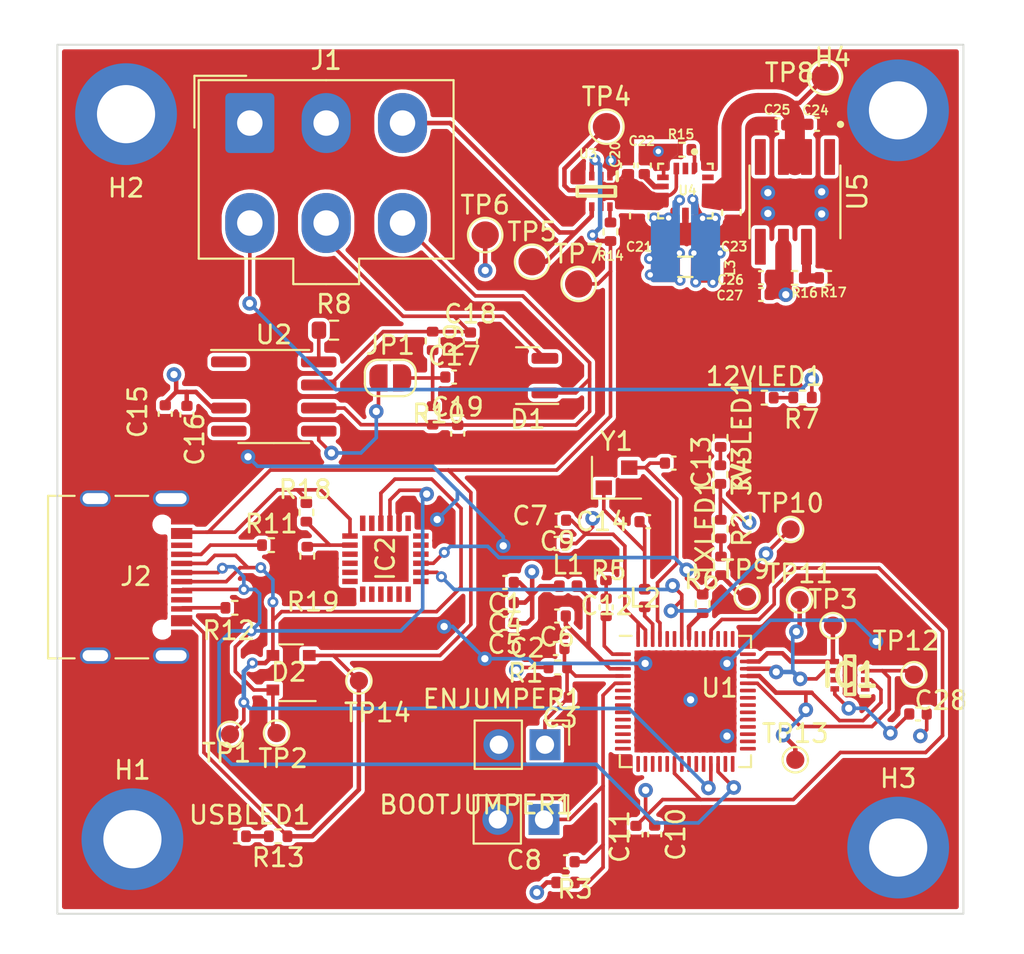
<source format=kicad_pcb>
(kicad_pcb (version 20221018) (generator pcbnew)
  (layers (0 "F.Cu" signal) (1 "In1.Cu" signal) (2 "In2.Cu" signal) (31 "B.Cu" signal) (34 "B.Paste" user) (35 "F.Paste" user) (36 "B.SilkS" user "B.Silkscreen") (37 "F.SilkS" user "F.Silkscreen") (38 "B.Mask" user) (39 "F.Mask" user) (44 "Edge.Cuts" user))
  (net 0 "")
  (net 1 "GND")
  (net 2 "+3V3")
  (net 3 "VBUS")
  (net 4 "RBUS_uC_V")
  (net 5 "Net-(3V3LED1-A)")
  (net 6 "/Power/BBIN")
  (net 7 "/Power/BIAS")
  (net 8 "/Power/BBOUT")
  (net 9 "/Power/LX1")
  (net 10 "/Power/LX2")
  (net 11 "/Power/SEL")
  (net 12 "/Power/FBIn")
  (net 13 "Net-(12VLED1-A)")
  (net 14 "Net-(U1-LNA_IN{slash}RF)")
  (net 15 "Net-(U1-XTAL_N)")
  (net 16 "Net-(JP1-B)")
  (net 17 "Net-(IC1-VDD)")
  (net 19 "/BOOT")
  (net 20 "/CHIP_PU")
  (net 21 "Net-(C6-Pad1)")
  (net 22 "Net-(C12-Pad1)")
  (net 25 "Net-(C14-Pad1)")
  (net 27 "/CAN+")
  (net 28 "/CAN-")
  (net 30 "/Data-")
  (net 31 "/Data+")
  (net 33 "/NAND_CS")
  (net 34 "/CLK")
  (net 35 "/MOSI")
  (net 36 "/MISO")
  (net 48 "Net-(IC2-VBUS)")
  (net 53 "Net-(J2-CC2)")
  (net 55 "+12V")
  (net 56 "Net-(J2-CC1)")
  (net 57 "Net-(U1-XTAL_P)")
  (net 58 "Net-(TXLED1-A)")
  (net 59 "Net-(U1-U0TXD{slash}PROG{slash}GPIO43)")
  (net 60 "/CAN-BUS/Vref")
  (net 61 "Net-(U2-Rs)")
  (net 62 "Net-(USBLED1-A)")
  (net 63 "/TXD")
  (net 64 "Net-(U3-ST)")
  (net 67 "/RXD")
  (net 68 "/CAN_TX")
  (net 69 "/CAN_RX")
  (footprint "Capacitor_SMD:C_0402_1005Metric" (layer "F.Cu") (at 167.01 108.87 180)
    (fp_text reference "C28")
    (fp_text value "10uF")
  )
  (footprint "Capacitor_SMD:C_0402_1005Metric" (layer "F.Cu") (at 149.854 103.002 -90)
    (fp_text reference "C12")
    (fp_text value "4.2pF")
  )
  (footprint "Resistor_SMD:R_0402_1005Metric" (layer "F.Cu") (at 129.42 103.03 180)
    (fp_text reference "R12")
    (fp_text value "5.1k")
  )
  (footprint "TestPoint:TestPoint_Pad_D1.0mm" (layer "F.Cu") (at 129.16 109.99)
    (fp_text reference "TP1")
    (fp_text value "TestPoint")
  )
  (footprint "Resistor_SMD:R_0402_1005Metric" (layer "F.Cu") (at 162.079777 84.878186)
    (fp_text reference "R17")
    (fp_text value "10k")
  )
  (footprint "Connector_PinHeader_2.54mm:PinHeader_1x02_P2.54mm_Vertical" (layer "F.Cu") (at 146.489 110.562 -90)
    (fp_text reference "ENJUMPER1")
    (fp_text value "Conn_01x02_Male")
  )
  (footprint "Resistor_SMD:R_0402_1005Metric" (layer "F.Cu") (at 147.194 106.312)
    (fp_text reference "R1")
    (fp_text value "10K")
  )
  (footprint "Capacitor_SMD:C_0402_1005Metric" (layer "F.Cu") (at 126.79 92.4 -90)
    (fp_text reference "C16")
    (fp_text value "10uF")
  )
  (footprint "TestPoint:TestPoint_Pad_D1.5mm" (layer "F.Cu") (at 145.78 83.99)
    (fp_text reference "TP5")
    (fp_text value "TestPoint")
  )
  (footprint "TestPoint:TestPoint_Pad_D1.0mm" (layer "F.Cu") (at 160.5 102.6)
    (fp_text reference "TP11")
    (fp_text value "TestPoint")
  )
  (footprint "Package_DFN_QFN:QFN-56-1EP_7x7mm_P0.4mm_EP5.6x5.6mm" (layer "F.Cu") (at 154.214 108.182)
    (fp_text reference "U1")
    (fp_text value "ESP32-S3")
  )
  (footprint "TestPoint:TestPoint_Pad_D1.0mm" (layer "F.Cu") (at 131.72 109.92)
    (fp_text reference "TP2")
    (fp_text value "TestPoint")
  )
  (footprint "Resistor_SMD:R_0402_1005Metric" (layer "F.Cu") (at 147.62 118.14)
    (fp_text reference "R3")
    (fp_text value "10K")
  )
  (footprint "Resistor_SMD:R_0402_1005Metric" (layer "F.Cu") (at 156.14 95.7 -90)
    (fp_text reference "R4")
    (fp_text value "470")
  )
  (footprint "Capacitor_SMD:C_0402_1005Metric" (layer "F.Cu") (at 141.6875 93.455 90)
    (fp_text reference "C19")
    (fp_text value "220pF")
  )
  (footprint "Capacitor_SMD:C_0402_1005Metric" (layer "F.Cu") (at 147.122 99.49 180)
    (fp_text reference "C7")
    (fp_text value "1uF")
  )
  (footprint "Connector_PinHeader_2.54mm:PinHeader_1x02_P2.54mm_Vertical" (layer "F.Cu") (at 146.434 114.672 -90)
    (fp_text reference "BOOTJUMPER1")
    (fp_text value "Conn_01x02_Male")
  )
  (footprint "MountingHole:MountingHole_3.2mm_M3_DIN965_Pad" (layer "F.Cu") (at 165.92 116.22)
    (fp_text reference "H3")
    (fp_text value "MountingHole_Pad")
  )
  (footprint "Resistor_SMD:R_0402_1005Metric" (layer "F.Cu") (at 140.3075 88.345 -90)
    (fp_text reference "R9")
    (fp_text value "60")
  )
  (footprint "Resistor_SMD:R_0402_1005Metric" (layer "F.Cu") (at 156.17 100.72 90)
    (fp_text reference "TXLED1")
    (fp_text value "TX_LED")
  )
  (footprint "Inductor_SMD:L_0402_1005Metric" (layer "F.Cu") (at 151.974 102.492 90)
    (fp_text reference "L2")
    (fp_text value "20nH")
  )
  (footprint "TestPoint:TestPoint_Pad_D1.0mm" (layer "F.Cu") (at 157.61 102.42)
    (fp_text reference "TP9")
    (fp_text value "TestPoint")
  )
  (footprint "Capacitor_SMD:C_0402_1005Metric" (layer "F.Cu") (at 159.28 76.46 180)
    (fp_text reference "C25")
    (fp_text value "4.7uF")
  )
  (footprint "iclr:SOTFL50P160X60-8N" (layer "F.Cu") (at 149.312492 80.120186 -90)
    (fp_text reference "U3")
    (fp_text value "LM66200DRLR" hide)
  )
  (footprint "Capacitor_SMD:C_0402_1005Metric" (layer "F.Cu") (at 144.294 101.632 180)
    (fp_text reference "C1")
    (fp_text value "10uF")
  )
  (footprint "Resistor_SMD:R_0402_1005Metric" (layer "F.Cu") (at 133.36 97.78 -90)
    (fp_text reference "R18")
    (fp_text value "22.1k")
  )
  (footprint "Resistor_SMD:R_0402_1005Metric" (layer "F.Cu") (at 140.3075 92.445 -90)
    (fp_text reference "R10")
    (fp_text value "60")
  )
  (footprint "Resistor_SMD:R_0402_1005Metric" (layer "F.Cu") (at 131.81 115.6 180)
    (fp_text reference "R13")
    (fp_text value "470")
  )
  (footprint "TestPoint:TestPoint_Pad_D1.0mm" (layer "F.Cu") (at 136.25 107.05)
    (fp_text reference "TP14")
    (fp_text value "TestPoint")
  )
  (footprint "TestPoint:TestPoint_Pad_D1.0mm" (layer "F.Cu") (at 160 98.72)
    (fp_text reference "TP10")
    (fp_text value "TestPoint")
  )
  (footprint "Capacitor_SMD:C_0402_1005Metric" (layer "F.Cu") (at 158.372492 85.788186)
    (fp_text reference "C27")
    (fp_text value "0.1uF")
  )
  (footprint "iclr:QFN50P400X400X80-25N" (layer "F.Cu") (at 137.71 100.33 -90)
    (fp_text reference "IC2")
    (fp_text value "CP2102N-A02-GQFN24")
  )
  (footprint "Resistor_SMD:R_0402_1005Metric" (layer "F.Cu") (at 155.164 102.812 -90)
    (fp_text reference "R6")
    (fp_text value "499")
  )
  (footprint "Capacitor_SMD:C_0402_1005Metric" (layer "F.Cu") (at 147.154 103.482 180)
    (fp_text reference "C6")
    (fp_text value "0.1uF")
  )
  (footprint "Capacitor_SMD:C_0603_1608Metric" (layer "F.Cu") (at 156.747492 81.278186 -90)
    (fp_text reference "C23")
    (fp_text value "22uF")
  )
  (footprint "MountingHole:MountingHole_3.2mm_M3_DIN965_Pad" (layer "F.Cu") (at 123.44 75.87)
    (fp_text reference "H2")
    (fp_text value "MountingHole_Pad")
  )
  (footprint "Crystal:Crystal_SMD_2016-4Pin_2.0x1.6mm" (layer "F.Cu") (at 150.424 95.87)
    (fp_text reference "Y1")
    (fp_text value "40MHz±10ppm")
  )
  (footprint "Resistor_SMD:R_0402_1005Metric" (layer "F.Cu") (at 150.092492 82.34 90)
    (fp_text reference "R14")
    (fp_text value "10k")
  )
  (footprint "Resistor_SMD:R_0603_1608Metric" (layer "F.Cu") (at 134.8775 87.755)
    (fp_text reference "R8")
    (fp_text value "0")
  )
  (footprint "Package_SO:SOIC-8_3.9x4.9mm_P1.27mm" (layer "F.Cu") (at 131.5675 91.405)
    (fp_text reference "U2")
    (fp_text value "SN65HVD230")
  )
  (footprint "Capacitor_SMD:C_0402_1005Metric" (layer "F.Cu") (at 151.032492 78.688186 90)
    (fp_text reference "C20")
    (fp_text value "10uF")
  )
  (footprint "Capacitor_SMD:C_0402_1005Metric" (layer "F.Cu") (at 147.172 98.21 180)
    (fp_text reference "C9")
    (fp_text value "10nF")
  )
  (footprint "Capacitor_SMD:C_0402_1005Metric" (layer "F.Cu") (at 151.495 115.505 -90)
    (fp_text reference "C11")
    (fp_text value "0.1uF")
  )
  (footprint "Resistor_SMD:R_0402_1005Metric" (layer "F.Cu") (at 156.16 98.7 -90)
    (fp_text reference "R2")
    (fp_text value "470")
  )
  (footprint "Resistor_SMD:R_0402_1005Metric" (layer "F.Cu") (at 131.43 99.58)
    (fp_text reference "R11")
    (fp_text value "5.1k")
  )
  (footprint "Resistor_SMD:R_0402_1005Metric" (layer "F.Cu") (at 160.219777 84.878186)
    (fp_text reference "R16")
    (fp_text value "56k")
  )
  (footprint "Capacitor_SMD:C_0402_1005Metric" (layer "F.Cu") (at 152.525 115.495 -90)
    (fp_text reference "C10")
    (fp_text value "0.1uF")
  )
  (footprint "Capacitor_SMD:C_0402_1005Metric" (layer "F.Cu") (at 147.64 117 180)
    (fp_text reference "C8")
    (fp_text value "0.1uF")
  )
  (footprint "MountingHole:MountingHole_3.2mm_M3_DIN965_Pad" (layer "F.Cu") (at 123.79 115.76)
    (fp_text reference "H1")
    (fp_text value "MountingHole_Pad")
  )
  (footprint "Resistor_SMD:R_0402_1005Metric" (layer "F.Cu") (at 154.032492 77.828186 180)
    (fp_text reference "R15")
    (fp_text value "14k")
  )
  (footprint "TestPoint:TestPoint_Pad_D1.5mm" (layer "F.Cu") (at 143.2 82.52)
    (fp_text reference "TP6")
    (fp_text value "TestPoint")
  )
  (footprint "Connector_USB:USB_C_Receptacle_Palconn_UTC16-G" (layer "F.Cu") (at 123.99 101.34 -90)
    (fp_text reference "J2")
    (fp_text value "USB_C_Receptacle_USB2.0")
  )
  (footprint "Capacitor_SMD:C_0402_1005Metric" (layer "F.Cu") (at 144.294 102.742 180)
    (fp_text reference "C4")
    (fp_text value "1uF")
  )
  (footprint "Capacitor_SMD:C_0402_1005Metric" (layer "F.Cu") (at 161.46 76.43)
    (fp_text reference "C24")
    (fp_text value "10uF")
  )
  (footprint "Capacitor_SMD:C_0402_1005Metric" (layer "F.Cu") (at 147.314 107.942 180)
    (fp_text reference "C3")
    (fp_text value "0.1uF")
  )
  (footprint "iclr:SOTFL50P160X60-8N" (layer "F.Cu") (at 163.27 106.74 180)
    (fp_text reference "IC1")
    (fp_text value "XTSD08GLGEAG" hide)
  )
  (footprint "Capacitor_SMD:C_0402_1005Metric" (layer "F.Cu") (at 141.4875 90.335)
    (fp_text reference "C17")
    (fp_text value "0.1uF")
  )
  (footprint "TestPoint:TestPoint_Pad_D1.5mm" (layer "F.Cu") (at 161.9 73.84 180)
    (fp_text reference "TP8")
    (fp_text value "TestPoint")
  )
  (footprint "TestPoint:TestPoint_Pad_D1.5mm" (layer "F.Cu") (at 149.87 76.56)
    (fp_text reference "TP4")
    (fp_text value "TestPoint")
  )
  (footprint "iclr:SOIC127P599X175-9N" (layer "F.Cu") (at 160.242 80.697 -90)
    (fp_text reference "U5")
    (fp_text value "SC4215")
  )
  (footprint "MountingHole:MountingHole_3.2mm_M3_DIN965_Pad" (layer "F.Cu") (at 165.91 75.66)
    (fp_text reference "H4")
    (fp_text value "MountingHole_Pad")
  )
  (footprint "Package_TO_SOT_SMD:SOT-143" (layer "F.Cu") (at 132.52 106.6 180)
    (fp_text reference "D2")
    (fp_text value "SP0503BAHT")
  )
  (footprint "TestPoint:TestPoint_Pad_D1.0mm" (layer "F.Cu") (at 166.79 106.71)
    (fp_text reference "TP12")
    (fp_text value "TestPoint")
  )
  (footprint "Capacitor_SMD:C_0402_1005Metric" (layer "F.Cu") (at 158.372492 84.868186)
    (fp_text reference "C26")
    (fp_text value "10uF")
  )
  (footprint "Package_TO_SOT_SMD:SOT-23" (layer "F.Cu") (at 145.5475 90.255 180)
    (fp_text reference "D1")
    (fp_text value "SM712_SOT23")
  )
  (footprint "Inductor_SMD:L_0402_1005Metric" (layer "F.Cu") (at 147.765 101.84)
    (fp_text reference "L1")
    (fp_text value "2.0nH")
  )
  (footprint "Connector_Molex:Molex_Mini-Fit_Jr_5566-06A_2x03_P4.20mm_Vertical" (layer "F.Cu") (at 130.25 76.36)
    (fp_text reference "J1")
    (fp_text value "RBUS")
  )
  (footprint "Capacitor_SMD:C_0402_1005Metric" (layer "F.Cu") (at 153.57 95.07)
    (fp_text reference "C13")
    (fp_text value "C")
  )
  (footprint "Capacitor_SMD:C_0402_1005Metric" (layer "F.Cu") (at 125.5975 92.365 -90)
    (fp_text reference "C15")
    (fp_text value "100nF")
  )
  (footprint "TestPoint:TestPoint_Pad_D1.5mm" (layer "F.Cu") (at 148.34 85.21)
    (fp_text reference "TP7")
    (fp_text value "TestPoint")
  )
  (footprint "Capacitor_SMD:C_0402_1005Metric" (layer "F.Cu") (at 144.294 103.882 180)
    (fp_text reference "C5")
    (fp_text value "0.1uF")
  )
  (footprint "iclr:CONV_MAX77827AEFD+T" (layer "F.Cu") (at 154.215418 80.098186 -90)
    (fp_text reference "U4")
    (fp_text value "MAX77827AEFD+T")
  )
  (footprint "TestPoint:TestPoint_Pad_D1.0mm" (layer "F.Cu") (at 162.33 104.01)
    (fp_text reference "TP3")
    (fp_text value "TestPoint")
  )
  (footprint "Resistor_SMD:R_0402_1005Metric" (layer "F.Cu") (at 160.66 91.46 180)
    (fp_text reference "R7")
    (fp_text value "3k")
  )
  (footprint "Capacitor_SMD:C_0402_1005Metric" (layer "F.Cu") (at 152.17 98.29)
    (fp_text reference "C14")
    (fp_text value "C")
  )
  (footprint "Resistor_SMD:R_0402_1005Metric" (layer "F.Cu") (at 156.15 93.668 -90)
    (fp_text reference "3V3LED1")
    (fp_text value "3V3LED")
  )
  (footprint "Resistor_SMD:R_0402_1005Metric" (layer "F.Cu") (at 158.56 91.47)
    (fp_text reference "12VLED1")
    (fp_text value "12V_LED")
  )
  (footprint "Jumper:SolderJumper-2_P1.3mm_Open_RoundedPad1.0x1.5mm" (layer "F.Cu") (at 137.9775 90.385)
    (fp_text reference "JP1")
    (fp_text value "TermJP")
  )
  (footprint "Capacitor_SMD:C_0603_1608Metric" (layer "F.Cu") (at 151.676869 81.466042 -90)
    (fp_text reference "C21")
    (fp_text value "10uF")
  )
  (footprint "Capacitor_SMD:C_0402_1005Metric" (layer "F.Cu") (at 151.952492 78.688186 90)
    (fp_text reference "C22")
    (fp_text value "1uF")
  )
  (footprint "TestPoint:TestPoint_Pad_D1.0mm" (layer "F.Cu") (at 160.26 111.39)
    (fp_text reference "TP13")
    (fp_text value "TestPoint")
  )
  (footprint "Resistor_SMD:R_0402_1005Metric" (layer "F.Cu") (at 133.41 100.18 -90)
    (fp_text reference "R19")
    (fp_text value "47.5k")
  )
  (footprint "Resistor_SMD:R_0402_1005Metric" (layer "F.Cu") (at 129.53 115.6)
    (fp_text reference "USBLED1")
    (fp_text value "USB_LED")
  )
  (footprint "Inductor_SMD:L_0805_2012Metric" (layer "F.Cu") (at 154.21 84.27)
    (fp_text reference "L3")
    (fp_text value "1uH")
  )
  (footprint "Capacitor_SMD:C_0402_1005Metric" (layer "F.Cu") (at 142.3875 88.365 90)
    (fp_text reference "C18")
    (fp_text value "220pF")
  )
  (footprint "Resistor_SMD:R_0402_1005Metric" (layer "F.Cu") (at 149.844 101.012 -90)
    (fp_text reference "R5")
    (fp_text value "47.5")
  )
  (footprint "Capacitor_SMD:C_0402_1005Metric" (layer "F.Cu") (at 147.08 105.27 180)
    (fp_text reference "C2")
    (fp_text value "1uF")
  )
  (gr_rect (start 119.662 72.049) (end 169.51 119.861) (stroke (width 0.1)) (fill none) (layer "Edge.Cuts"))
  (segment (start 154.408 108.182) (end 154.5 108.09) (width 0.2) (layer "F.Cu") (net 1))
  (segment (start 164.71 105.388) (end 164.108 105.99) (width 0.2) (layer "F.Cu") (net 1))
  (segment (start 150.12 78.42) (end 150.062492 78.477508) (width 0.25) (layer "F.Cu") (net 1))
  (segment (start 154.213197 81.197576) (end 154.213197 82.329351) (width 0.36) (layer "F.Cu") (net 1))
  (segment (start 154.214 108.182) (end 154.092 108.182) (width 0.2) (layer "F.Cu") (net 1))
  (segment (start 138.46 97.755) (end 138.695 97.52) (width 0.2) (layer "F.Cu") (net 1))
  (segment (start 154.092 108.182) (end 152 106.09) (width 0.2) (layer "F.Cu") (net 1))
  (segment (start 154.214 108.182) (end 156.122 110.09) (width 0.2) (layer "F.Cu") (net 1))
  (segment (start 138.46 98.38) (end 138.46 97.755) (width 0.2) (layer "F.Cu") (net 1))
  (segment (start 161.852 76.532) (end 161.852 76.488) (width 0.2) (layer "F.Cu") (net 1))
  (segment (start 153.015418 79.298186) (end 153.015418 78.208112) (width 0.2) (layer "F.Cu") (net 1))
  (segment (start 152.022827 82.587) (end 156.675678 82.587) (width 1) (layer "F.Cu") (net 1))
  (segment (start 154.214 108.182) (end 154.408 108.182) (width 0.2) (layer "F.Cu") (net 1))
  (segment (start 156.122 110.09) (end 156.5 110.09) (width 0.2) (layer "F.Cu") (net 1))
  (segment (start 153.015418 78.208112) (end 152.724492 77.917186) (width 0.2) (layer "F.Cu") (net 1))
  (segment (start 153.522492 77.828186) (end 152.813492 77.828186) (width 0.2) (layer "F.Cu") (net 1))
  (segment (start 142.88 100.933106) (end 142.88 105.53) (width 0.2) (layer "F.Cu") (net 1))
  (segment (start 150.062492 78.477508) (end 150.062492 79.282186) (width 0.25) (layer "F.Cu") (net 1))
  (segment (start 156.675678 82.587) (end 156.760492 82.502186) (width 1) (layer "F.Cu") (net 1))
  (segment (start 126.5 105.08) (end 125.92 105.66) (width 0.2) (layer "F.Cu") (net 1))
  (segment (start 154.215418 82.329961) (end 154.207193 82.338186) (width 0.25) (layer "F.Cu") (net 1))
  (segment (start 164.71 104.88) (end 164.71 105.388) (width 0.2) (layer "F.Cu") (net 1))
  (segment (start 151.676869 82.241042) (end 152.022827 82.587) (width 1) (layer "F.Cu") (net 1))
  (segment (start 138.695 97.52) (end 139.91 97.52) (width 0.2) (layer "F.Cu") (net 1))
  (segment (start 146.674 103.482) (end 146.674 103.656) (width 0.2) (layer "F.Cu") (net 1))
  (segment (start 146.642 99.49) (end 146.572 99.49) (width 0.2) (layer "F.Cu") (net 1))
  (segment (start 135.7025 87.755) (end 135.7025 87.4925) (width 0.2) (layer "F.Cu") (net 1))
  (segment (start 154.408 108.182) (end 156.5 106.09) (width 0.2) (layer "F.Cu") (net 1))
  (segment (start 126.5 104.54) (end 126.5 105.08) (width 0.2) (layer "F.Cu") (net 1))
  (segment (start 139.91 97.52) (end 140.56 98.17) (width 0.2) (layer "F.Cu") (net 1))
  (segment (start 151.952492 78.208186) (end 152.433492 78.208186) (width 0.2) (layer "F.Cu") (net 1))
  (segment (start 142.88 105.53) (end 143.18 105.83) (width 0.2) (layer "F.Cu") (net 1))
  (segment (start 144.194254 99.618852) (end 142.88 100.933106) (width 0.2) (layer "F.Cu") (net 1))
  (via (at 152.724492 77.917186) (size 0.6) (drill 0.3) (layers "F.Cu" "B.Cu") (net 1))
  (via (at 130.15 94.72) (size 0.8) (drill 0.4) (layers "F.Cu" "B.Cu") (net 1))
  (via (at 152 106.09) (size 0.8) (drill 0.4) (layers "F.Cu" "B.Cu") (net 1))
  (via (at 156.5 110.09) (size 0.8) (drill 0.4) (layers "F.Cu" "B.Cu") (net 1))
  (via (at 161.712 81.362) (size 0.8) (drill 0.4) (layers "F.Cu" "B.Cu") (net 1))
  (via (at 156.5 106.09) (size 0.8) (drill 0.4) (layers "F.Cu" "B.Cu") (net 1))
  (via (at 154.5 108.09) (size 0.8) (drill 0.4) (layers "F.Cu" "B.Cu") (net 1))
  (via (at 161.712 80.142) (size 0.8) (drill 0.4) (layers "F.Cu" "B.Cu") (net 1))
  (via (at 158.752 81.332) (size 0.8) (drill 0.4) (layers "F.Cu" "B.Cu") (net 1))
  (via (at 140.56 98.17) (size 0.8) (drill 0.4) (layers "F.Cu" "B.Cu") (net 1))
  (via (at 150.12 78.42) (size 0.6) (drill 0.3) (layers "F.Cu" "B.Cu") (net 1))
  (via (at 144.194254 99.618852) (size 0.8) (drill 0.4) (layers "F.Cu" "B.Cu") (net 1))
  (via (at 164.71 104.88) (size 0.8) (drill 0.4) (layers "F.Cu" "B.Cu") (net 1))
  (via (at 143.18 105.83) (size 0.8) (drill 0.4) (layers "F.Cu" "B.Cu") (net 1))
  (via (at 158.752 80.192) (size 0.8) (drill 0.4) (layers "F.Cu" "B.Cu") (net 1))
  (via (at 140.94 104.06) (size 0.8) (drill 0.4) (layers "F.Cu" "B.Cu") (net 1))
  (arc (start 152.433492 78.208186) (mid 152.63926 78.122954) (end 152.724492 77.917186) (width 0.2) (layer "F.Cu") (net 1))
  (arc (start 152.813492 77.828186) (mid 152.750559 77.854253) (end 152.724492 77.917186) (width 0.2) (layer "F.Cu") (net 1))
  (segment (start 156.5 106.09) (end 158.877 103.713) (width 0.2) (layer "B.Cu") (net 1))
  (segment (start 143.18 105.83) (end 145.6 105.83) (width 0.2) (layer "B.Cu") (net 1))
  (segment (start 141.67 97.06) (end 141.67 96.59) (width 0.2) (layer "B.Cu") (net 1))
  (segment (start 144.194254 99.114254) (end 141.67 96.59) (width 0.2) (layer "B.Cu") (net 1))
  (segment (start 140.56 98.17) (end 141.67 97.06) (width 0.2) (layer "B.Cu") (net 1))
  (segment (start 158.877 103.713) (end 163.543 103.713) (width 0.2) (layer "B.Cu") (net 1))
  (segment (start 145.6 105.83) (end 145.86 106.09) (width 0.2) (layer "B.Cu") (net 1))
  (segment (start 145.86 106.09) (end 152 106.09) (width 0.2) (layer "B.Cu") (net 1))
  (segment (start 141.41 104.06) (end 140.94 104.06) (width 0.2) (layer "B.Cu") (net 1))
  (segment (start 130.672 95.242) (end 140.322 95.242) (width 0.2) (layer "B.Cu") (net 1))
  (segment (start 143.18 105.83) (end 141.41 104.06) (width 0.2) (layer "B.Cu") (net 1))
  (segment (start 130.15 94.72) (end 130.672 95.242) (width 0.2) (layer "B.Cu") (net 1))
  (segment (start 163.543 103.713) (end 164.71 104.88) (width 0.2) (layer "B.Cu") (net 1))
  (segment (start 140.322 95.242) (end 141.67 96.59) (width 0.2) (layer "B.Cu") (net 1))
  (segment (start 144.194254 99.618852) (end 144.194254 99.114254) (width 0.2) (layer "B.Cu") (net 1))
  (segment (start 156.22 103.67) (end 155.63 104.26) (width 0.2) (layer "F.Cu") (net 2))
  (segment (start 126.1975 91.155) (end 126.1975 90.315) (width 0.25) (layer "F.Cu") (net 2))
  (segment (start 126.1975 90.315) (end 126.0775 90.195) (width 0.25) (layer "F.Cu") (net 2))
  (segment (start 147.652 98.21) (end 147.938 98.21) (width 0.2) (layer "F.Cu") (net 2))
  (segment (start 146.25 101.84) (end 147.28 101.84) (width 0.25) (layer "F.Cu") (net 2))
  (segment (start 155.05 113.58) (end 160.15 113.58) (width 0.2) (layer "F.Cu") (net 2))
  (segment (start 156.14 97) (end 156.14 98.17) (width 0.2) (layer "F.Cu") (net 2))
  (segment (start 151.495 115.025) (end 152.025 114.495) (width 0.2) (layer "F.Cu") (net 2))
  (segment (start 152.025 114.515) (end 152.025 114.495) (width 0.2) (layer "F.Cu") (net 2))
  (segment (start 158.26 103.67) (end 156.22 103.67) (width 0.2) (layer "F.Cu") (net 2))
  (segment (start 155.63 104.26) (end 155.63 104.7285) (width 0.2) (layer "F.Cu") (net 2))
  (segment (start 152.025 114.495) (end 152.025 113.065) (width 0.2) (layer "F.Cu") (net 2))
  (segment (start 145.074 101.632) (end 145.784 102.342) (width 0.25) (layer "F.Cu") (net 2))
  (segment (start 144.774 103.882) (end 145.484 103.882) (width 0.25) (layer "F.Cu") (net 2))
  (segment (start 159.1 101.92) (end 159.1 102.83) (width 0.2) (layer "F.Cu") (net 2))
  (segment (start 155.63 104.7285) (end 155.614 104.7445) (width 0.2) (layer "F.Cu") (net 2))
  (segment (start 160.15 113.58) (end 162.74 110.99) (width 0.2) (layer "F.Cu") (net 2))
  (segment (start 126.195 91.155) (end 125.5975 91.7525) (width 0.25) (layer "F.Cu") (net 2))
  (segment (start 128.17 92.04) (end 127.285 91.155) (width 0.25) (layer "F.Cu") (net 2))
  (segment (start 144.774 101.632) (end 145.074 101.632) (width 0.25) (layer "F.Cu") (net 2))
  (segment (start 157.72 98.34) (end 157.48 98.34) (width 0.2) (layer "F.Cu") (net 2))
  (segment (start 147.11 118.14) (end 146.59 118.14) (width 0.25) (layer "F.Cu") (net 2))
  (segment (start 162.74 110.99) (end 167.43 110.99) (width 0.2) (layer "F.Cu") (net 2))
  (segment (start 129.0925 92.04) (end 128.17 92.04) (width 0.25) (layer "F.Cu") (net 2))
  (segment (start 167.43 110.99) (end 168.36 110.06) (width 0.2) (layer "F.Cu") (net 2))
  (segment (start 126.7775 91.9075) (end 126.79 91.92) (width 0.25) (layer "F.Cu") (net 2))
  (segment (start 152.045 114.495) (end 152.96 113.58) (width 0.2) (layer "F.Cu") (net 2))
  (segment (start 164.86 100.84) (end 160.18 100.84) (width 0.2) (layer "F.Cu") (net 2))
  (segment (start 156.14 96.21) (end 156.14 97) (width 0.2) (layer "F.Cu") (net 2))
  (segment (start 150.884 103.114) (end 151.614 103.844) (width 0.2) (layer "F.Cu") (net 2))
  (segment (start 151.614 103.844) (end 152.014 104.244) (width 0.2) (layer "F.Cu") (net 2))
  (segment (start 148.71 98.982) (end 150.234 98.982) (width 0.2) (layer "F.Cu") (net 2))
  (segment (start 152.014 104.244) (end 152.014 104.7445) (width 0.2) (layer "F.Cu") (net 2))
  (segment (start 145.77 101.04) (end 145.784 101.054) (width 0.25) (layer "F.Cu") (net 2))
  (segment (start 143.2 84.47) (end 143.2 82.52) (width 0.25) (layer "F.Cu") (net 2))
  (segment (start 167.14 110.08) (end 167.49 109.73) (width 0.2) (layer "F.Cu") (net 2))
  (segment (start 144.774 102.742) (end 145.384 102.742) (width 0.25) (layer "F.Cu") (net 2))
  (segment (start 167.49 109.73) (end 167.49 108.87) (width 0.2) (layer "F.Cu") (net 2))
  (segment (start 145.484 103.882) (end 145.784 103.582) (width 0.25) (layer "F.Cu") (net 2))
  (segment (start 156.14 98.17) (end 156.16 98.19) (width 0.2) (layer "F.Cu") (net 2))
  (segment (start 168.36 104.34) (end 164.86 100.84) (width 0.2) (layer "F.Cu") (net 2))
  (segment (start 152.525 115.015) (end 152.025 114.515) (width 0.2) (layer "F.Cu") (net 2))
  (segment (start 157.48 98.34) (end 156.14 97) (width 0.2) (layer "F.Cu") (net 2))
  (segment (start 153.614 111.6195) (end 153.614 112.144) (width 0.2) (layer "F.Cu") (net 2))
  (segment (start 149.11 98.582) (end 148.71 98.982) (width 0.2) (layer "F.Cu") (net 2))
  (segment (start 168.36 110.06) (end 168.36 104.34) (width 0.2) (layer "F.Cu") (net 2))
  (segment (start 149.11 98.11) (end 149.11 98.582) (width 0.2) (layer "F.Cu") (net 2))
  (segment (start 147.938 98.21) (end 148.71 98.982) (width 0.2) (layer "F.Cu") (net 2))
  (segment (start 160.18 100.84) (end 159.1 101.92) (width 0.2) (layer "F.Cu") (net 2))
  (segment (start 145.384 102.742) (end 145.784 102.342) (width 0.25) (layer "F.Cu") (net 2))
  (segment (start 145.784 102.342) (end 145.784 102.306) (width 0.25) (layer "F.Cu") (net 2))
  (segment (start 145.784 103.582) (end 145.784 102.342) (width 0.25) (layer "F.Cu") (net 2))
  (segment (start 147.602 99.49) (end 148.202 99.49) (width 0.2) (layer "F.Cu") (net 2))
  (segment (start 152.025 114.495) (end 152.045 114.495) (width 0.2) (layer "F.Cu") (net 2))
  (segment (start 127.285 91.155) (end 126.7775 91.155) (width 0.25) (layer "F.Cu") (net 2))
  (segment (start 145.784 102.306) (end 146.25 101.84) (width 0.25) (layer "F.Cu") (net 2))
  (segment (start 150.234 98.982) (end 150.884 99.632) (width 0.2) (layer "F.Cu") (net 2))
  (segment (start 150.884 99.632) (end 150.884 103.114) (width 0.2) (layer "F.Cu") (net 2))
  (segment (start 146.59 118.14) (end 146.04 118.69) (width 0.25) (layer "F.Cu") (net 2))
  (segment (start 153.614 112.144) (end 155.05 113.58) (width 0.2) (layer "F.Cu") (net 2))
  (segment (start 152.96 113.58) (end 155.05 113.58) (width 0.2) (layer "F.Cu") (net 2))
  (segment (start 148.202 99.49) (end 148.71 98.982) (width 0.2) (layer "F.Cu") (net 2))
  (segment (start 146.684 106.312) (end 145.0545 106.312) (width 0.2) (layer "F.Cu") (net 2))
  (segment (start 126.7775 91.155) (end 126.7775 91.9075) (width 0.25) (layer "F.Cu") (net 2))
  (segment (start 126.1975 91.155) (end 126.195 91.155) (width 0.25) (layer "F.Cu") (net 2))
  (segment (start 151.614 103.844) (end 151.614 104.7445) (width 0.2) (layer "F.Cu") (net 2))
  (segment (start 159.607 83.167) (end 159.607 84.775409) (width 0.9) (layer "F.Cu") (net 2))
  (segment (start 126.7775 91.155) (end 126.1975 91.155) (width 0.25) (layer "F.Cu") (net 2))
  (segment (start 125.5975 91.7525) (end 125.5975 91.885) (width 0.25) (layer "F.Cu") (net 2))
  (segment (start 159.1 102.83) (end 158.26 103.67) (width 0.2) (layer "F.Cu") (net 2))
  (segment (start 145.0545 106.312) (end 144.91 106.4565) (width 0.2) (layer "F.Cu") (net 2))
  (segment (start 145.784 101.054) (end 145.784 102.342) (width 0.25) (layer "F.Cu") (net 2))
  (via (at 167.14 110.08) (size 0.8) (drill 0.4) (layers "F.Cu" "B.Cu") (net 2))
  (via (at 143.2 84.47) (size 0.8) (drill 0.4) (layers "F.Cu" "B.Cu") (net 2))
  (via (at 157.72 98.34) (size 0.8) (drill 0.4) (layers "F.Cu" "B.Cu") (net 2))
  (via (at 152.025 113.065) (size 0.8) (drill 0.4) (layers "F.Cu" "B.Cu") (net 2))
  (via (at 144.91 106.4565) (size 0.8) (drill 0.4) (layers "F.Cu" "B.Cu") (net 2))
  (via (at 149.11 98.11) (size 0.8) (drill 0.4) (layers "F.Cu" "B.Cu") (net 2))
  (via (at 146.04 118.69) (size 0.8) (drill 0.4) (layers "F.Cu" "B.Cu") (net 2))
  (via (at 159.737492 85.803186) (size 0.8) (drill 0.4) (layers "F.Cu" "B.Cu") (net 2))
  (via (at 145.77 101.04) (size 0.8) (drill 0.4) (layers "F.Cu" "B.Cu") (net 2))
  (via (at 126.0775 90.195) (size 0.8) (drill 0.4) (layers "F.Cu" "B.Cu") (net 2))
  (segment (start 142.41 103.95) (end 140.71 105.65) (width 0.2) (layer "F.Cu") (net 3))
  (segment (start 149.105 82.525) (end 149.43 82.85) (width 0.25) (layer "F.Cu") (net 3))
  (segment (start 149.43 82.85) (end 150.092492 82.85) (width 0.25) (layer "F.Cu") (net 3))
  (segment (start 127.83 98.87) (end 129.33 98.87) (width 0.2) (layer "F.Cu") (net 3))
  (segment (start 149.062492 78.567508) (end 149.062492 79.282186) (width 0.25) (layer "F.Cu") (net 3))
  (segment (start 129.43 98.87) (end 129.33 98.87) (width 0.2) (layer "F.Cu") (net 3))
  (segment (start 127.83 98.87) (end 127.96 98.87) (width 0.2) (layer "F.Cu") (net 3))
  (segment (start 150.092492 82.85) (end 150.092492 84.517508) (width 0.2) (layer "F.Cu") (net 3))
  (segment (start 140.71 105.65) (end 134.85 105.65) (width 0.2) (layer "F.Cu") (net 3))
  (segment (start 132.85 96.54) (end 133.36 97.05) (width 0.2) (layer "F.Cu") (net 3))
  (segment (start 131.76 96.54) (end 132.85 96.54) (width 0.2) (layer "F.Cu") (net 3))
  (segment (start 149.245 78.385) (end 149.062492 78.567508) (width 0.25) (layer "F.Cu") (net 3))
  (segment (start 134.15 96.54) (end 135.76 98.15) (width 0.2) (layer "F.Cu") (net 3))
  (segment (start 149.4 85.21) (end 150.092492 84.517508) (width 0.2) (layer "F.Cu") (net 3))
  (segment (start 132.85 96.54) (end 134.15 96.54) (width 0.2) (layer "F.Cu") (net 3))
  (segment (start 135.76 98.15) (end 135.76 99.08) (width 0.2) (layer "F.Cu") (net 3))
  (segment (start 136.25 113.03) (end 136.25 107.05) (width 0.25) (layer "F.Cu") (net 3))
  (segment (start 134.85 105.65) (end 136.25 107.05) (width 0.2) (layer "F.Cu") (net 3))
  (segment (start 133.68 115.6) (end 136.25 113.03) (width 0.25) (layer "F.Cu") (net 3))
  (segment (start 131.38 95.45) (end 141.17 95.45) (width 0.2) (layer "F.Cu") (net 3))
  (segment (start 126.5 103.74) (end 127.05 103.74) (width 0.2) (layer "F.Cu") (net 3))
  (segment (start 126.5 98.94) (end 126.57 98.87) (width 0.2) (layer "F.Cu") (net 3))
  (segment (start 131.76 96.54) (end 129.43 98.87) (width 0.2) (layer "F.Cu") (net 3))
  (segment (start 127.725 104.415) (end 127.725 110.995) (width 0.2) (layer "F.Cu") (net 3))
  (segment (start 142.41 96.69) (end 142.41 103.95) (width 0.2) (layer "F.Cu") (net 3))
  (segment (start 133.34 97.25) (end 133.36 97.27) (width 0.25) (layer "F.Cu") (net 3))
  (segment (start 147.14 95.45) (end 150.092492 92.497508) (width 0.2) (layer "F.Cu") (net 3))
  (segment (start 127.725 110.995) (end 132.32 115.59) (width 0.2) (layer "F.Cu") (net 3))
  (segment (start 133.36 97.05) (end 133.36 97.27) (width 0.2) (layer "F.Cu") (net 3))
  (segment (start 132.32 115.59) (end 132.32 115.6) (width 0.2) (layer "F.Cu") (net 3))
  (segment (start 127.05 103.74) (end 127.725 104.415) (width 0.2) (layer "F.Cu") (net 3))
  (segment (start 126.57 98.87) (end 127.83 98.87) (width 0.2) (layer "F.Cu") (net 3))
  (segment (start 141.17 95.45) (end 147.14 95.45) (width 0.2) (layer "F.Cu") (net 3))
  (segment (start 133.52 105.65) (end 134.85 105.65) (width 0.2) (layer "F.Cu") (net 3))
  (segment (start 150.092492 92.497508) (end 150.092492 84.517508) (width 0.2) (layer "F.Cu") (net 3))
  (segment (start 148.34 85.21) (end 149.4 85.21) (width 0.2) (layer "F.Cu") (net 3))
  (segment (start 127.96 98.87) (end 131.38 95.45) (width 0.2) (layer "F.Cu") (net 3))
  (segment (start 141.17 95.45) (end 142.41 96.69) (width 0.2) (layer "F.Cu") (net 3))
  (segment (start 132.32 115.6) (end 133.68 115.6) (width 0.25) (layer "F.Cu") (net 3))
  (via (at 149.245 78.385) (size 0.6) (drill 0.3) (layers "F.Cu" "B.Cu") (net 3))
  (via (at 149.105 82.525) (size 0.6) (drill 0.3) (layers "F.Cu" "B.Cu") (net 3))
  (segment (start 149.105 82.525) (end 149.522492 82.107508) (width 0.25) (layer "B.Cu") (net 3))
  (segment (start 149.522492 82.107508) (end 149.522492 78.662492) (width 0.25) (layer "B.Cu") (net 3))
  (segment (start 149.522492 78.662492) (end 149.245 78.385) (width 0.25) (layer "B.Cu") (net 3))
  (segment (start 148.16 82.38) (end 149.062492 81.477508) (width 0.25) (layer "F.Cu") (net 4))
  (segment (start 147.29 82.38) (end 148.16 82.38) (width 0.25) (layer "F.Cu") (net 4))
  (segment (start 146.55 83.99) (end 148.16 82.38) (width 0.25) (layer "F.Cu") (net 4))
  (segment (start 149.062492 81.477508) (end 149.062492 80.958186) (width 0.25) (layer "F.Cu") (net 4))
  (segment (start 138.65 76.36) (end 141.27 76.36) (width 0.25) (layer "F.Cu") (net 4))
  (segment (start 141.27 76.36) (end 147.29 82.38) (width 0.25) (layer "F.Cu") (net 4))
  (segment (start 145.78 83.99) (end 146.55 83.99) (width 0.25) (layer "F.Cu") (net 4))
  (segment (start 156.14 94.188) (end 156.15 94.178) (width 0.2) (layer "F.Cu") (net 5))
  (segment (start 156.14 95.19) (end 156.14 94.188) (width 0.2) (layer "F.Cu") (net 5))
  (segment (start 147.56 78.87) (end 149.87 76.56) (width 0.25) (layer "F.Cu") (net 6))
  (segment (start 153.715418 78.798186) (end 153.715418 79.865559) (width 0.2) (layer "F.Cu") (net 6))
  (segment (start 149.562492 80.06) (end 147.82 80.06) (width 0.25) (layer "F.Cu") (net 6))
  (segment (start 149.562492 80.06) (end 149.562492 80.958186) (width 0.25) (layer "F.Cu") (net 6))
  (segment (start 147.56 79.8) (end 147.56 78.87) (width 0.25) (layer "F.Cu") (net 6))
  (segment (start 153.602492 80.138186) (end 153.554624 80.186054) (width 0.2) (layer "F.Cu") (net 6))
  (segment (start 149.562492 79.282186) (end 149.562492 80.06) (width 0.25) (layer "F.Cu") (net 6))
  (segment (start 147.82 80.06) (end 147.56 79.8) (width 0.25) (layer "F.Cu") (net 6))
  (segment (start 149.562492 79.282186) (end 149.562492 79.769686) (width 0.25) (layer "F.Cu") (net 6))
  (arc (start 153.554624 80.186054) (mid 153.319655 80.343055) (end 153.042492 80.398186) (width 0.2) (layer "F.Cu") (net 6))
  (arc (start 153.715418 79.865559) (mid 153.686069 80.013104) (end 153.602492 80.138186) (width 0.2) (layer "F.Cu") (net 6))
  (segment (start 151.952492 79.168186) (end 151.952492 79.26195) (width 0.25) (layer "F.Cu") (net 7))
  (segment (start 151.934374 79.280068) (end 152.51061 79.856304) (width 0.31) (layer "F.Cu") (net 7))
  (segment (start 152.51061 79.856304) (end 152.9973 79.856304) (width 0.31) (layer "F.Cu") (net 7))
  (segment (start 151.952492 79.26195) (end 151.934374 79.280068) (width 0.25) (layer "F.Cu") (net 7))
  (segment (start 158.223888 75.253186) (end 159.106142 75.253186) (width 1.1) (layer "F.Cu") (net 8))
  (segment (start 156.747492 80.503186) (end 156.747492 76.644729) (width 1.1) (layer "F.Cu") (net 8))
  (segment (start 160.237492 76.384536) (end 160.237492 78.678186) (width 1.1) (layer "F.Cu") (net 8))
  (segment (start 160.877 78.227) (end 159.607 78.227) (width 0.25) (layer "F.Cu") (net 8))
  (segment (start 161.9 73.84) (end 160.486814 75.253186) (width 0.25) (layer "F.Cu") (net 8))
  (segment (start 160.486814 75.253186) (end 159.106142 75.253186) (width 0.25) (layer "F.Cu") (net 8))
  (arc (start 159.106142 75.253186) (mid 159.906127 75.584551) (end 160.237492 76.384536) (width 1.1) (layer "F.Cu") (net 8))
  (arc (start 156.747492 76.644729) (mid 156.84885 76.13517) (end 157.137492 75.703186) (width 1.1) (layer "F.Cu") (net 8))
  (arc (start 157.137492 75.703186) (mid 157.635934 75.370137) (end 158.223888 75.253186) (width 1.1) (layer "F.Cu") (net 8))
  (segment (start 153.1475 84.27) (end 153.1475 84.2925) (width 0.2) (layer "F.Cu") (net 9))
  (segment (start 153.157558 84.280058) (end 153.1475 84.27) (width 0.2) (layer "F.Cu") (net 9))
  (via (at 152.49 81.58) (size 0.6) (drill 0.3) (layers "F.Cu" "B.Cu") (net 9))
  (via (at 153.89 83.5135) (size 0.6) (drill 0.3) (layers "F.Cu" "B.Cu") (net 9))
  (via (at 153.29 81.58) (size 0.6) (drill 0.3) (layers "F.Cu" "B.Cu") (net 9))
  (via (at 152.24 83.82) (size 0.6) (drill 0.3) (layers "F.Cu" "B.Cu") (net 9))
  (via (at 153.92 85.01) (size 0.6) (drill 0.3) (layers "F.Cu" "B.Cu") (net 9))
  (via (at 153.894546 80.599006) (size 0.6) (drill 0.3) (layers "F.Cu" "B.Cu") (net 9))
  (via (at 152.28 84.71) (size 0.6) (drill 0.3) (layers "F.Cu" "B.Cu") (net 9))
  (segment (start 155.282558 84.280058) (end 155.2725 84.27) (width 0.2) (layer "F.Cu") (net 10))
  (segment (start 155.2725 84.27) (end 155.7 84.27) (width 0.2) (layer "F.Cu") (net 10))
  (via (at 154.68 83.5135) (size 0.6) (drill 0.3) (layers "F.Cu" "B.Cu") (net 10))
  (via (at 154.62 80.56) (size 0.6) (drill 0.3) (layers "F.Cu" "B.Cu") (net 10))
  (via (at 155.16 81.6) (size 0.6) (drill 0.3) (layers "F.Cu" "B.Cu") (net 10))
  (via (at 155.72 85.13) (size 0.6) (drill 0.3) (layers "F.Cu" "B.Cu") (net 10))
  (via (at 156.13 83.5135) (size 0.6) (drill 0.3) (layers "F.Cu" "B.Cu") (net 10))
  (via (at 154.78 85.11) (size 0.6) (drill 0.3) (layers "F.Cu" "B.Cu") (net 10))
  (via (at 155.86 81.6) (size 0.6) (drill 0.3) (layers "F.Cu" "B.Cu") (net 10))
  (segment (start 154.715418 78.798186) (end 154.715418 78.245666) (width 0.2) (layer "F.Cu") (net 11))
  (arc (start 154.715418 78.245666) (mid 154.670476 78.019727) (end 154.542492 77.828186) (width 0.2) (layer "F.Cu") (net 11))
  (segment (start 160.729777 84.878186) (end 161.569777 84.878186) (width 0.5) (layer "F.Cu") (net 12))
  (segment (start 160.877 84.730963) (end 160.729777 84.878186) (width 0.25) (layer "F.Cu") (net 12))
  (segment (start 160.877 83.167) (end 160.877 84.730963) (width 0.5) (layer "F.Cu") (net 12))
  (segment (start 160.14 91.47) (end 160.15 91.46) (width 0.2) (layer "F.Cu") (net 13))
  (segment (start 159.07 91.47) (end 160.14 91.47) (width 0.2) (layer "F.Cu") (net 13))
  (segment (start 149.75 105.13) (end 149.75 103.586) (width 0.2) (layer "F.Cu") (net 14))
  (segment (start 150.7765 105.582) (end 150.202 105.582) (width 0.2) (layer "F.Cu") (net 14))
  (segment (start 149.824 103.512) (end 149.854 103.482) (width 0.25) (layer "F.Cu") (net 14))
  (segment (start 149.75 103.586) (end 149.854 103.482) (width 0.2) (layer "F.Cu") (net 14))
  (segment (start 150.202 105.582) (end 149.75 105.13) (width 0.2) (layer "F.Cu") (net 14))
  (segment (start 152.02 95.32) (end 151.124 95.32) (width 0.2) (layer "F.Cu") (net 15))
  (segment (start 152.02 95.32) (end 152.27 95.07) (width 0.2) (layer "F.Cu") (net 15))
  (segment (start 152.68 103.73) (end 152.68 101.653288) (width 0.2) (layer "F.Cu") (net 15))
  (segment (start 153.74 97.04) (end 152.02 95.32) (width 0.2) (layer "F.Cu") (net 15))
  (segment (start 152.27 95.07) (end 153.09 95.07) (width 0.2) (layer "F.Cu") (net 15))
  (segment (start 152.814 103.864) (end 152.68 103.73) (width 0.2) (layer "F.Cu") (net 15))
  (segment (start 152.68 101.653288) (end 153.74 100.593288) (width 0.2) (layer "F.Cu") (net 15))
  (segment (start 153.74 100.593288) (end 153.74 97.04) (width 0.2) (layer "F.Cu") (net 15))
  (segment (start 152.814 104.7445) (end 152.814 103.864) (width 0.2) (layer "F.Cu") (net 15))
  (segment (start 140.3075 88.855) (end 140.3075 90.385) (width 0.2) (layer "F.Cu") (net 16))
  (segment (start 140.3075 90.385) (end 140.9575 90.385) (width 0.2) (layer "F.Cu") (net 16))
  (segment (start 138.6275 90.385) (end 140.3075 90.385) (width 0.2) (layer "F.Cu") (net 16))
  (segment (start 140.9575 90.385) (end 141.0075 90.335) (width 0.2) (layer "F.Cu") (net 16))
  (segment (start 140.3075 91.935) (end 140.3075 90.385) (width 0.2) (layer "F.Cu") (net 16))
  (segment (start 163.2 108.56) (end 162.432 107.792) (width 0.2) (layer "F.Cu") (net 17))
  (segment (start 165.49 109.92) (end 165.49 109.91) (width 0.2) (layer "F.Cu") (net 17))
  (segment (start 165.49 109.91) (end 166.53 108.87) (width 0.2) (layer "F.Cu") (net 17))
  (segment (start 162.432 107.792) (end 162.432 107.49) (width 0.2) (layer "F.Cu") (net 17))
  (via (at 163.2 108.56) (size 0.8) (drill 0.4) (layers "F.Cu" "B.Cu") (net 17))
  (via (at 165.49 109.92) (size 0.8) (drill 0.4) (layers "F.Cu" "B.Cu") (net 17))
  (segment (start 164.13 108.56) (end 163.2 108.56) (width 0.2) (layer "B.Cu") (net 17))
  (segment (start 165.49 109.92) (end 164.13 108.56) (width 0.2) (layer "B.Cu") (net 17))
  (segment (start 149.684 107.844) (end 149.684 112.834) (width 0.2) (layer "F.Cu") (net 19))
  (segment (start 149.684 116.062) (end 148.746 117) (width 0.2) (layer "F.Cu") (net 19))
  (segment (start 150.346 107.182) (end 149.684 107.844) (width 0.2) (layer "F.Cu") (net 19))
  (segment (start 149.684 116.062) (end 149.684 117.312) (width 0.2) (layer "F.Cu") (net 19))
  (segment (start 149.684 112.834) (end 147.846 114.672) (width 0.2) (layer "F.Cu") (net 19))
  (segment (start 149.684 112.834) (end 149.684 116.062) (width 0.2) (layer "F.Cu") (net 19))
  (segment (start 148.856 118.14) (end 149.684 117.312) (width 0.2) (layer "F.Cu") (net 19))
  (segment (start 148.746 117) (end 148.12 117) (width 0.2) (layer "F.Cu") (net 19))
  (segment (start 150.7765 107.182) (end 150.346 107.182) (width 0.2) (layer "F.Cu") (net 19))
  (segment (start 148.13 118.14) (end 148.856 118.14) (width 0.2) (layer "F.Cu") (net 19))
  (segment (start 147.846 114.672) (end 146.434 114.672) (width 0.2) (layer "F.Cu") (net 19))
  (segment (start 147.56 105.27) (end 147.56 106.168) (width 0.2) (layer "F.Cu") (net 20))
  (segment (start 146.489 109.247) (end 147.794 107.942) (width 0.2) (layer "F.Cu") (net 20))
  (segment (start 147.704 106.312) (end 147.704 107.852) (width 0.2) (layer "F.Cu") (net 20))
  (segment (start 147.56 106.168) (end 147.704 106.312) (width 0.2) (layer "F.Cu") (net 20))
  (segment (start 148.174 106.782) (end 150.7765 106.782) (width 0.2) (layer "F.Cu") (net 20))
  (segment (start 147.704 106.312) (end 148.174 106.782) (width 0.2) (layer "F.Cu") (net 20))
  (segment (start 146.489 110.562) (end 146.489 109.247) (width 0.2) (layer "F.Cu") (net 20))
  (segment (start 147.704 107.852) (end 147.794 107.942) (width 0.2) (layer "F.Cu") (net 20))
  (segment (start 149.662 105.982) (end 149.51 105.83) (width 0.2) (layer "F.Cu") (net 21))
  (segment (start 147.634 103.954) (end 148.885 105.205) (width 0.25) (layer "F.Cu") (net 21))
  (segment (start 149.51 105.83) (end 149.674 105.994) (width 0.25) (layer "F.Cu") (net 21))
  (segment (start 148.25 101.84) (end 148.885 102.475) (width 0.2) (layer "F.Cu") (net 21))
  (segment (start 147.634 103.482) (end 147.634 103.954) (width 0.25) (layer "F.Cu") (net 21))
  (segment (start 150.7765 105.982) (end 149.662 105.982) (width 0.2) (layer "F.Cu") (net 21))
  (segment (start 150.7765 106.382) (end 150.062 106.382) (width 0.2) (layer "F.Cu") (net 21))
  (segment (start 148.885 102.475) (end 148.885 102.725) (width 0.2) (layer "F.Cu") (net 21))
  (segment (start 148.885 105.205) (end 149.51 105.83) (width 0.25) (layer "F.Cu") (net 21))
  (segment (start 148.885 105.205) (end 148.885 102.725) (width 0.25) (layer "F.Cu") (net 21))
  (segment (start 150.062 106.382) (end 149.674 105.994) (width 0.2) (layer "F.Cu") (net 21))
  (segment (start 149.854 101.532) (end 149.844 101.522) (width 0.2) (layer "F.Cu") (net 22))
  (segment (start 149.854 102.522) (end 149.854 101.532) (width 0.2) (layer "F.Cu") (net 22))
  (segment (start 149.724 96.42) (end 149.724 97.644) (width 0.2) (layer "F.Cu") (net 25))
  (segment (start 151.974 99.904) (end 151.974 98.574) (width 0.2) (layer "F.Cu") (net 25))
  (segment (start 151.974 98.574) (end 151.69 98.29) (width 0.2) (layer "F.Cu") (net 25))
  (segment (start 149.724 97.644) (end 151.974 99.894) (width 0.2) (layer "F.Cu") (net 25))
  (segment (start 151.974 99.894) (end 151.974 99.904) (width 0.2) (layer "F.Cu") (net 25))
  (segment (start 151.974 102.007) (end 151.974 99.904) (width 0.2) (layer "F.Cu") (net 25))
  (segment (start 134.65 90.77) (end 137.585 87.835) (width 0.2) (layer "F.Cu") (net 27))
  (segment (start 134.45 82.76) (end 134.45 81.86) (width 0.2) (layer "F.Cu") (net 27))
  (segment (start 140.3075 87.835) (end 142.3375 87.835) (width 0.2) (layer "F.Cu") (net 27))
  (segment (start 146.485 89.305) (end 144.17 86.99) (width 0.2) (layer "F.Cu") (net 27))
  (segment (start 138.68 86.99) (end 134.45 82.76) (width 0.2) (layer "F.Cu") (net 27))
  (segment (start 134.0425 90.77) (end 134.65 90.77) (width 0.2) (layer "F.Cu") (net 27))
  (segment (start 142.3875 87.885) (end 141.4925 86.99) (width 0.2) (layer "F.Cu") (net 27))
  (segment (start 137.585 87.835) (end 140.3075 87.835) (width 0.2) (layer "F.Cu") (net 27))
  (segment (start 144.17 86.99) (end 141.4925 86.99) (width 0.2) (layer "F.Cu") (net 27))
  (segment (start 141.4925 86.99) (end 138.68 86.99) (width 0.2) (layer "F.Cu") (net 27))
  (segment (start 142.3375 87.835) (end 142.3875 87.885) (width 0.2) (layer "F.Cu") (net 27))
  (segment (start 148.945 89.545) (end 148.945 90.44) (width 0.2) (layer "F.Cu") (net 28))
  (segment (start 134.0425 92.04) (end 135.4525 92.04) (width 0.2) (layer "F.Cu") (net 28))
  (segment (start 136.3675 92.955) (end 140.3075 92.955) (width 0.2) (layer "F.Cu") (net 28))
  (segment (start 141.6675 92.955) (end 141.6875 92.975) (width 0.2) (layer "F.Cu") (net 28))
  (segment (start 148.945 90.44) (end 148.945 92.225) (width 0.2) (layer "F.Cu") (net 28))
  (segment (start 145.27 85.87) (end 148.945 89.545) (width 0.2) (layer "F.Cu") (net 28))
  (segment (start 140.3075 92.955) (end 141.6675 92.955) (width 0.2) (layer "F.Cu") (net 28))
  (segment (start 148.945 92.225) (end 148.195 92.975) (width 0.2) (layer "F.Cu") (net 28))
  (segment (start 141.6875 92.975) (end 148.195 92.975) (width 0.2) (layer "F.Cu") (net 28))
  (segment (start 142.66 85.87) (end 145.27 85.87) (width 0.2) (layer "F.Cu") (net 28))
  (segment (start 138.65 81.86) (end 142.66 85.87) (width 0.2) (layer "F.Cu") (net 28))
  (segment (start 148.18 91.205) (end 148.945 90.44) (width 0.2) (layer "F.Cu") (net 28))
  (segment (start 146.485 91.205) (end 148.18 91.205) (width 0.2) (layer "F.Cu") (net 28))
  (segment (start 135.4525 92.04) (end 136.3675 92.955) (width 0.2) (layer "F.Cu") (net 28))
  (segment (start 126.5 101.59) (end 128.95 101.59) (width 0.2) (layer "F.Cu") (net 30))
  (segment (start 130.14 100.82) (end 130.15 100.82) (width 0.2) (layer "F.Cu") (net 30))
  (segment (start 131.52 103.72) (end 131.52 105.65) (width 0.2) (layer "F.Cu") (net 30))
  (segment (start 130.15 100.82) (end 130.85 100.82) (width 0.2) (layer "F.Cu") (net 30))
  (segment (start 129.92 109.23) (end 129.92 108.23) (width 0.2) (layer "F.Cu") (net 30))
  (segment (start 140.26 95.95) (end 141.87 97.56) (width 0.2) (layer "F.Cu") (net 30))
  (segment (start 138.23 95.95) (end 140.26 95.95) (width 0.2) (layer "F.Cu") (net 30))
  (segment (start 126.5 100.59) (end 127.88 100.59) (width 0.2) (layer "F.Cu") (net 30))
  (segment (start 140.52 103.24) (end 132 103.24) (width 0.2) (layer "F.Cu") (net 30))
  (segment (start 128.95 101.59) (end 129.72 100.82) (width 0.2) (layer "F.Cu") (net 30))
  (segment (start 129.72 100.82) (end 130.15 100.82) (width 0.2) (layer "F.Cu") (net 30))
  (segment (start 155.614 112.806) (end 155.48 112.94) (width 0.2) (layer "F.Cu") (net 30))
  (segment (start 128.327 100.143) (end 129.463 100.143) (width 0.2) (layer "F.Cu") (net 30))
  (segment (start 137.46 98.38) (end 137.46 96.72) (width 0.2) (layer "F.Cu") (net 30))
  (segment (start 131.52 102.71) (end 131.52 103.72) (width 0.2) (layer "F.Cu") (net 30))
  (segment (start 141.87 101.89) (end 140.52 103.24) (width 0.2) (layer "F.Cu") (net 30))
  (segment (start 137.46 96.72) (end 138.23 95.95) (width 0.2) (layer "F.Cu") (net 30))
  (segment (start 127.88 100.59) (end 128.327 100.143) (width 0.2) (layer "F.Cu") (net 30))
  (segment (start 131.1 106.07) (end 131.52 105.65) (width 0.25) (layer "F.Cu") (net 30))
  (segment (start 130.39 106.07) (end 131.1 106.07) (width 0.25) (layer "F.Cu") (net 30))
  (segment (start 141.87 97.56) (end 141.87 101.89) (width 0.2) (layer "F.Cu") (net 30))
  (segment (start 132 103.24) (end 131.52 103.72) (width 0.2) (layer "F.Cu") (net 30))
  (segment (start 155.614 111.6195) (end 155.614 112.806) (width 0.2) (layer "F.Cu") (net 30))
  (segment (start 129.463 100.143) (end 130.14 100.82) (width 0.2) (layer "F.Cu") (net 30))
  (segment (start 129.16 109.99) (end 129.92 109.23) (width 0.2) (layer "F.Cu") (net 30))
  (via (at 130.85 100.82) (size 0.6) (drill 0.3) (layers "F.Cu" "B.Cu") (net 30))
  (via (at 131.52 102.71) (size 0.6) (drill 0.3) (layers "F.Cu" "B.Cu") (net 30))
  (via (at 155.48 112.94) (size 0.8) (drill 0.4) (layers "F.Cu" "B.Cu") (net 30))
  (via (at 130.39 106.07) (size 0.6) (drill 0.3) (layers "F.Cu" "B.Cu") (net 30))
  (via (at 129.92 108.23) (size 0.6) (drill 0.3) (layers "F.Cu" "B.Cu") (net 30))
  (segment (start 129.92 108.23) (end 129.92 106.54) (width 0.25) (layer "B.Cu") (net 30))
  (segment (start 130.85 100.82) (end 131.52 101.49) (width 0.2) (layer "B.Cu") (net 30))
  (segment (start 155.48 112.94) (end 151.109 108.569) (width 0.2) (layer "B.Cu") (net 30))
  (segment (start 131.52 101.49) (end 131.52 102.71) (width 0.2) (layer "B.Cu") (net 30))
  (segment (start 151.109 108.569) (end 130.259 108.569) (width 0.2) (layer "B.Cu") (net 30))
  (segment (start 129.92 106.54) (end 130.39 106.07) (width 0.25) (layer "B.Cu") (net 30))
  (segment (start 130.259 108.569) (end 129.92 108.23) (width 0.2) (layer "B.Cu") (net 30))
  (segment (start 156.014 112.054) (end 156.875 112.915) (width 0.2) (layer "F.Cu") (net 31))
  (segment (start 130.33 104.3) (end 129.45 105.18) (width 0.2) (layer "F.Cu") (net 31))
  (segment (start 130.47 107.55) (end 131.52 107.55) (width 0.2) (layer "F.Cu") (net 31))
  (segment (start 128.74 100.85) (end 128.5 101.09) (width 0.2) (layer "F.Cu") (net 31))
  (segment (start 129.92 102.02) (end 126.57 102.02) (width 0.2) (layer "F.Cu") (net 31))
  (segment (start 156.014 111.6195) (end 156.014 112.054) (width 0.2) (layer "F.Cu") (net 31))
  (segment (start 138.497 96.563) (end 137.96 97.1) (width 0.2) (layer "F.Cu") (net 31))
  (segment (start 131.52 109.72) (end 131.72 109.92) (width 0.2) (layer "F.Cu") (net 31))
  (segment (start 126.57 102.02) (end 126.5 102.09) (width 0.2) (layer "F.Cu") (net 31))
  (segment (start 129.45 106.53) (end 130.47 107.55) (width 0.2) (layer "F.Cu") (net 31))
  (segment (start 128.5 101.09) (end 126.5 101.09) (width 0.2) (layer "F.Cu") (net 31))
  (segment (start 139.98 96.77) (end 139.773 96.563) (width 0.2) (layer "F.Cu") (net 31))
  (segment (start 139.773 96.563) (end 138.497 96.563) (width 0.2) (layer "F.Cu") (net 31))
  (segment (start 137.96 97.1) (end 137.96 98.38) (width 0.2) (layer "F.Cu") (net 31))
  (segment (start 129.45 105.18) (end 129.45 106.53) (width 0.2) (layer "F.Cu") (net 31))
  (segment (start 131.52 107.55) (end 131.52 109.72) (width 0.2) (layer "F.Cu") (net 31))
  (via (at 129.92 102.02) (size 0.6) (drill 0.3) (layers "F.Cu" "B.Cu") (net 31))
  (via (at 139.98 96.77) (size 0.8) (drill 0.4) (layers "F.Cu" "B.Cu") (net 31))
  (via (at 156.875 112.915) (size 0.8) (drill 0.4) (layers "F.Cu" "B.Cu") (net 31))
  (via (at 130.33 104.3) (size 0.6) (drill 0.3) (layers "F.Cu" "B.Cu") (net 31))
  (via (at 128.74 100.85) (size 0.6) (drill 0.3) (layers "F.Cu" "B.Cu") (net 31))
  (segment (start 149.306 111.639) (end 152.532 114.865) (width 0.2) (layer "B.Cu") (net 31))
  (segment (start 130.55 102.02) (end 130.79 102.26) (width 0.2) (layer "B.Cu") (net 31))
  (segment (start 130.33 104.3) (end 138.55 104.3) (width 0.2) (layer "B.Cu") (net 31))
  (segment (start 138.55 104.3) (end 139.76 103.09) (width 0.2) (layer "B.Cu") (net 31))
  (segment (start 139.76 96.99) (end 139.98 96.77) (width 0.2) (layer "B.Cu") (net 31))
  (segment (start 130.33 104.3) (end 129.23 104.3) (width 0.2) (layer "B.Cu") (net 31))
  (segment (start 152.532 114.865) (end 154.925 114.865) (width 0.2) (layer "B.Cu") (net 31))
  (segment (start 128.56 110.94) (end 129.259 111.639) (width 0.2) (layer "B.Cu") (net 31))
  (segment (start 139.76 103.09) (end 139.76 96.99) (width 0.2) (layer "B.Cu") (net 31))
  (segment (start 130.79 103.84) (end 130.33 104.3) (width 0.2) (layer "B.Cu") (net 31))
  (segment (start 154.925 114.865) (end 156.875 112.915) (width 0.2) (layer "B.Cu") (net 31))
  (segment (start 129.92 101.33) (end 129.36 100.77) (width 0.2) (layer "B.Cu") (net 31))
  (segment (start 128.56 104.97) (end 128.56 110.94) (width 0.2) (layer "B.Cu") (net 31))
  (segment (start 129.259 111.639) (end 149.306 111.639) (width 0.2) (layer "B.Cu") (net 31))
  (segment (start 129.36 100.77) (end 128.65 100.77) (width 0.2) (layer "B.Cu") (net 31))
  (segment (start 129.92 102.02) (end 129.92 101.33) (width 0.2) (layer "B.Cu") (net 31))
  (segment (start 129.92 102.02) (end 130.55 102.02) (width 0.2) (layer "B.Cu") (net 31))
  (segment (start 129.23 104.3) (end 128.56 104.97) (width 0.2) (layer "B.Cu") (net 31))
  (segment (start 130.79 102.26) (end 130.79 103.84) (width 0.2) (layer "B.Cu") (net 31))
  (segment (start 160.26 110.7) (end 159.59 110.03) (width 0.25) (layer "F.Cu") (net 33))
  (segment (start 164.973 107.543) (end 164.973 108.247) (width 0.2) (layer "F.Cu") (net 33))
  (segment (start 164.42 106.99) (end 164.108 106.99) (width 0.2) (layer "F.Cu") (net 33))
  (segment (start 160.84 108.64) (end 160.84 107.7) (width 0.2) (layer "F.Cu") (net 33))
  (segment (start 162.693 109.233) (end 163.987 109.233) (width 0.2) (layer "F.Cu") (net 33))
  (segment (start 157.6515 106.782) (end 158.282 106.782) (width 0.25) (layer "F.Cu") (net 33))
  (segment (start 160.84 107.7) (end 161.16 107.7) (width 0.25) (layer "F.Cu") (net 33))
  (segment (start 158.282 106.782) (end 159.2 107.7) (width 0.25) (layer "F.Cu") (net 33))
  (segment (start 160.26 111.39) (end 160.26 110.7) (width 0.25) (layer "F.Cu") (net 33))
  (segment (start 161.16 107.7) (end 162.693 109.233) (width 0.2) (layer "F.Cu") (net 33))
  (segment (start 159.2 107.7) (end 160.84 107.7) (width 0.25) (layer "F.Cu") (net 33))
  (segment (start 163.987 109.233) (end 164.973 108.247) (width 0.2) (layer "F.Cu") (net 33))
  (segment (start 164.973 107.543) (end 164.42 106.99) (width 0.2) (layer "F.Cu") (net 33))
  (via (at 160.84 108.64) (size 0.8) (drill 0.4) (layers "F.Cu" "B.Cu") (net 33))
  (via (at 159.59 110.03) (size 0.8) (drill 0.4) (layers "F.Cu" "B.Cu") (net 33))
  (segment (start 160.84 108.78) (end 160.84 108.64) (width 0.2) (layer "B.Cu") (net 33))
  (segment (start 159.59 110.03) (end 160.84 108.78) (width 0.2) (layer "B.Cu") (net 33))
  (segment (start 164.483288 109.56) (end 160.55 109.56) (width 0.2) (layer "F.Cu") (net 34))
  (segment (start 165.05 106.49) (end 166.57 106.49) (width 0.2) (layer "F.Cu") (net 34))
  (segment (start 164.108 106.49) (end 165.05 106.49) (width 0.2) (layer "F.Cu") (net 34))
  (segment (start 160.55 109.56) (end 158.172 107.182) (width 0.2) (layer "F.Cu") (net 34))
  (segment (start 165.43 108.613288) (end 164.483288 109.56) (width 0.2) (layer "F.Cu") (net 34))
  (segment (start 158.172 107.182) (end 157.6515 107.182) (width 0.2) (layer "F.Cu") (net 34))
  (segment (start 166.57 106.49) (end 166.79 106.71) (width 0.2) (layer "F.Cu") (net 34))
  (segment (start 165.43 106.87) (end 165.43 108.613288) (width 0.2) (layer "F.Cu") (net 34))
  (segment (start 165.05 106.49) (end 165.43 106.87) (width 0.2) (layer "F.Cu") (net 34))
  (segment (start 158.278 105.982) (end 157.6515 105.982) (width 0.25) (layer "F.Cu") (net 35))
  (segment (start 159.55 105.53) (end 158.73 105.53) (width 0.25) (layer "F.Cu") (net 35))
  (segment (start 162.432 105.99) (end 160.01 105.99) (width 0.25) (layer "F.Cu") (net 35))
  (segment (start 162.33 105.888) (end 162.432 105.99) (width 0.25) (layer "F.Cu") (net 35))
  (segment (start 160.01 105.99) (end 159.55 105.53) (width 0.25) (layer "F.Cu") (net 35))
  (segment (start 158.73 105.53) (end 158.278 105.982) (width 0.25) (layer "F.Cu") (net 35))
  (segment (start 162.33 104.01) (end 162.33 105.888) (width 0.25) (layer "F.Cu") (net 35))
  (segment (start 161.87 106.49) (end 162.432 106.49) (width 0.2) (layer "F.Cu") (net 36))
  (segment (start 160.5 104.16) (end 160.32 104.34) (width 0.25) (layer "F.Cu") (net 36))
  (segment (start 157.6515 106.382) (end 159.032 106.382) (width 0.25) (layer "F.Cu") (net 36))
  (segment (start 161.42 106.94) (end 161.87 106.49) (width 0.2) (layer "F.Cu") (net 36))
  (segment (start 160.5 102.6) (end 160.5 104.16) (width 0.25) (layer "F.Cu") (net 36))
  (segment (start 159.032 106.382) (end 159.21 106.56) (width 0.25) (layer "F.Cu") (net 36))
  (segment (start 160.53 106.94) (end 161.42 106.94) (width 0.2) (layer "F.Cu") (net 36))
  (via (at 159.21 106.56) (size 0.8) (drill 0.4) (layers "F.Cu" "B.Cu") (net 36))
  (via (at 160.53 106.94) (size 0.8) (drill 0.4) (layers "F.Cu" "B.Cu") (net 36))
  (via (at 160.32 104.34) (size 0.8) (drill 0.4) (layers "F.Cu" "B.Cu") (net 36))
  (segment (start 160.12 104.54) (end 160.12 106.56) (width 0.2) (layer "B.Cu") (net 36))
  (segment (start 160.32 104.34) (end 160.12 104.54) (width 0.2) (layer "B.Cu") (net 36))
  (segment (start 160.32 106.73) (end 160.15 106.56) (width 0.25) (layer "B.Cu") (net 36))
  (segment (start 160.12 106.56) (end 159.21 106.56) (width 0.25) (layer "B.Cu") (net 36))
  (segment (start 160.15 106.56) (end 160.12 106.56) (width 0.25) (layer "B.Cu") (net 36))
  (segment (start 134.65 99.58) (end 135.76 99.58) (width 0.2) (layer "F.Cu") (net 48))
  (segment (start 133.5 99.58) (end 133.41 99.67) (width 0.2) (layer "F.Cu") (net 48))
  (segment (start 134.65 99.58) (end 133.5 99.58) (width 0.2) (layer "F.Cu") (net 48))
  (segment (start 133.36 98.29) (end 134.65 99.58) (width 0.2) (layer "F.Cu") (net 48))
  (segment (start 126.5 103.09) (end 126.56 103.03) (width 0.2) (layer "F.Cu") (net 53))
  (segment (start 126.56 103.03) (end 128.91 103.03) (width 0.2) (layer "F.Cu") (net 53))
  (segment (start 130.24 86.28) (end 130.25 86.27) (width 0.2) (layer "F.Cu") (net 55))
  (segment (start 161.17 91.46) (end 161.17 90.44) (width 0.2) (layer "F.Cu") (net 55))
  (segment (start 130.25 86.27) (end 130.25 81.86) (width 0.2) (layer "F.Cu") (net 55))
  (via (at 130.24 86.28) (size 0.8) (drill 0.4) (layers "F.Cu" "B.Cu") (net 55))
  (via (at 161.17 90.44) (size 0.8) (drill 0.4) (layers "F.Cu" "B.Cu") (net 55))
  (segment (start 130.24 86.28) (end 134.982 91.022) (width 0.2) (layer "B.Cu") (net 55))
  (segment (start 160.588 91.022) (end 161.17 90.44) (width 0.2) (layer "B.Cu") (net 55))
  (segment (start 134.982 91.022) (end 160.588 91.022) (width 0.2) (layer "B.Cu") (net 55))
  (segment (start 126.5 100.09) (end 127.57 100.09) (width 0.2) (layer "F.Cu") (net 56))
  (segment (start 127.57 100.09) (end 128.08 99.58) (width 0.2) (layer "F.Cu") (net 56))
  (segment (start 128.08 99.58) (end 130.92 99.58) (width 0.2) (layer "F.Cu") (net 56))
  (segment (start 152.414 103.924) (end 151.974 103.484) (width 0.2) (layer "F.Cu") (net 57))
  (segment (start 152.414 104.7445) (end 152.414 103.924) (width 0.2) (layer "F.Cu") (net 57))
  (segment (start 151.974 103.484) (end 151.974 102.977) (width 0.2) (layer "F.Cu") (net 57))
  (segment (start 156.17 100.21) (end 156.17 99.22) (width 0.2) (layer "F.Cu") (net 58))
  (segment (start 156.17 99.22) (end 156.16 99.21) (width 0.2) (layer "F.Cu") (net 58))
  (segment (start 155.164 103.322) (end 155.148 103.322) (width 0.25) (layer "F.Cu") (net 59))
  (segment (start 154.414 104.056) (end 154.414 104.7445) (width 0.25) (layer "F.Cu") (net 59))
  (segment (start 155.148 103.322) (end 154.414 104.056) (width 0.25) (layer "F.Cu") (net 59))
  (segment (start 137.3275 92.105) (end 137.2075 92.225) (width 0.2) (layer "F.Cu") (net 60))
  (segment (start 134.74 94.51) (end 134.0425 93.8125) (width 0.2) (layer "F.Cu") (net 60))
  (segment (start 137.3275 90.385) (end 137.3275 92.105) (width 0.2) (layer "F.Cu") (net 60))
  (segment (start 134.0425 93.8125) (end 134.0425 93.31) (width 0.2) (layer "F.Cu") (net 60))
  (via (at 137.2075 92.225) (size 0.8) (drill 0.4) (layers "F.Cu" "B.Cu") (net 60))
  (via (at 134.74 94.51) (size 0.8) (drill 0.4) (layers "F.Cu" "B.Cu") (net 60))
  (segment (start 136.3625 94.51) (end 137.2075 93.665) (width 0.2) (layer "B.Cu") (net 60))
  (segment (start 137.2075 93.665) (end 137.2075 92.225) (width 0.2) (layer "B.Cu") (net 60))
  (segment (start 134.74 94.51) (end 136.3625 94.51) (width 0.2) (layer "B.Cu") (net 60))
  (segment (start 134.0425 89.5) (end 134.0425 87.765) (width 0.2) (layer "F.Cu") (net 61))
  (segment (start 134.0425 87.765) (end 134.0525 87.755) (width 0.2) (layer "F.Cu") (net 61))
  (segment (start 130.04 115.6) (end 131.3 115.6) (width 0.25) (layer "F.Cu") (net 62))
  (segment (start 157.61 102.42) (end 157.36 102.42) (width 0.25) (layer "F.Cu") (net 63))
  (segment (start 154.28 100.94) (end 154.28 101.418) (width 0.2) (layer "F.Cu") (net 63))
  (segment (start 140.35 100.58) (end 139.66 100.58) (width 0.2) (layer "F.Cu") (net 63))
  (segment (start 155.164 102.236) (end 156.17 101.23) (width 0.25) (layer "F.Cu") (net 63))
  (segment (start 157.36 102.42) (end 156.17 101.23) (width 0.25) (layer "F.Cu") (net 63))
  (segment (start 154.28 101.418) (end 155.164 102.302) (width 0.2) (layer "F.Cu") (net 63))
  (segment (start 155.164 102.302) (end 155.164 102.236) (width 0.25) (layer "F.Cu") (net 63))
  (segment (start 140.95 99.98) (end 140.35 100.58) (width 0.2) (layer "F.Cu") (net 63))
  (via (at 140.95 99.98) (size 0.6) (drill 0.3) (layers "F.Cu" "B.Cu") (net 63))
  (via (at 154.28 100.94) (size 0.8) (drill 0.4) (layers "F.Cu" "B.Cu") (net 63))
  (segment (start 153.607 100.267) (end 154.28 100.94) (width 0.2) (layer "B.Cu") (net 63))
  (segment (start 141.28 99.65) (end 143.339397 99.65) (width 0.2) (layer "B.Cu") (net 63))
  (segment (start 140.95 99.98) (end 141.28 99.65) (width 0.2) (layer "B.Cu") (net 63))
  (segment (start 143.339397 99.65) (end 143.956397 100.267) (width 0.2) (layer "B.Cu") (net 63))
  (segment (start 143.956397 100.267) (end 153.607 100.267) (width 0.2) (layer "B.Cu") (net 63))
  (segment (start 150.062492 80.958186) (end 150.062492 81.8) (width 0.2) (layer "F.Cu") (net 64))
  (segment (start 150.062492 81.8) (end 150.092492 81.83) (width 0.2) (layer "F.Cu") (net 64))
  (segment (start 154.014 102.308) (end 154.014 102.594) (width 0.2) (layer "F.Cu") (net 67))
  (segment (start 159.98 98.72) (end 158.645 100.055) (width 0.2) (layer "F.Cu") (net 67))
  (segment (start 153.42 103.2) (end 154.014 102.606) (width 0.2) (layer "F.Cu") (net 67))
  (segment (start 160 98.72) (end 159.98 98.72) (width 0.2) (layer "F.Cu") (net 67))
  (segment (start 154.014 104.7445) (end 154.014 102.594) (width 0.2) (layer "F.Cu") (net 67))
  (segment (start 140.55 101.08) (end 140.79 101.32) (width 0.2) (layer "F.Cu") (net 67))
  (segment (start 153.508 101.802) (end 154.014 102.308) (width 0.2) (layer "F.Cu") (net 67))
  (segment (start 154.014 102.606) (end 154.014 102.594) (width 0.2) (layer "F.Cu") (net 67))
  (segment (start 139.66 101.08) (end 140.55 101.08) (width 0.2) (layer "F.Cu") (net 67))
  (via (at 158.645 100.055) (size 0.8) (drill 0.4) (layers "F.Cu" "B.Cu") (net 67))
  (via (at 153.508 101.802) (size 0.8) (drill 0.4) (layers "F.Cu" "B.Cu") (net 67))
  (via (at 140.79 101.32) (size 0.6) (drill 0.3) (layers "F.Cu" "B.Cu") (net 67))
  (via (at 153.42 103.2) (size 0.8) (drill 0.4) (layers "F.Cu" "B.Cu") (net 67))
  (segment (start 141.492 102.022) (end 140.79 101.32) (width 0.2) (layer "B.Cu") (net 67))
  (segment (start 141.492 102.022) (end 153.288 102.022) (width 0.2) (layer "B.Cu") (net 67))
  (segment (start 158.645 100.055) (end 155.5 103.2) (width 0.2) (layer "B.Cu") (net 67))
  (segment (start 155.5 103.2) (end 153.42 103.2) (width 0.2) (layer "B.Cu") (net 67))
  (segment (start 153.288 102.022) (end 153.508 101.802) (width 0.2) (layer "B.Cu") (net 67))
  (zone (net 6) (net_name "/Power/BBIN") (layer "F.Cu") (connect_pads (clearance 0.2)) (min_thickness 0.254) (fill yes (thermal_gap 0.508) (thermal_bridge_width 0.508))
    (polygon (pts (xy 153.293139 81.003108) (xy 153.170419 81.003108) (xy 152.660033 81.000827) (xy 152.660033 80.192368) (xy 153.293138 80.192368)))
  )
  (zone (net 1) (net_name "GND") (layer "F.Cu") (priority 5) (connect_pads yes (clearance 0.2)) (min_thickness 0.254) (fill yes (thermal_gap 0.508) (thermal_bridge_width 0.508) (smoothing fillet) (radius 0.1) (island_removal_mode 2) (island_area_min 0))
    (polygon (pts (xy 153.802492 78.078186) (xy 153.302492 78.458186) (xy 153.302492 79.518186) (xy 152.674992 79.505686) (xy 152.287492 79.003186) (xy 151.642492 79.008186) (xy 151.642492 77.498186) (xy 153.802492 77.498186)))
  )
  (zone (net 6) (net_name "/Power/BBIN") (layer "F.Cu") (priority 2) (connect_pads yes (clearance 0)) (min_thickness 0.254) (fill yes (thermal_gap 0.508) (thermal_bridge_width 0.508))
    (polygon (pts (xy 152.555492 80.177186) (xy 152.660492 80.192186) (xy 153.187492 80.496186) (xy 153.28 80.83) (xy 152.768492 81.162186) (xy 149.603372 81.085668) (xy 149.603492 79.377171) (xy 151.849492 79.457186)))
  )
  (zone (net 8) (net_name "/Power/BBOUT") (layer "F.Cu") (priority 2) (connect_pads yes (clearance 0)) (min_thickness 0.254) (fill yes (thermal_gap 0.508) (thermal_bridge_width 0.508) (smoothing fillet) (radius 0.1))
    (polygon (pts (xy 157.295375 79.350188) (xy 157.295666 79.737661) (xy 155.734783 79.747659) (xy 156.182492 79.348186)))
  )
  (zone (net 8) (net_name "/Power/BBOUT") (layer "F.Cu") (priority 2) (connect_pads yes (clearance 0)) (min_thickness 0.254) (fill yes (thermal_gap 0.508) (thermal_bridge_width 0.508) (smoothing fillet) (radius 0.1))
    (polygon (pts (xy 156.442492 79.698186) (xy 157.295492 79.700186) (xy 157.299967 81.192685) (xy 156.310492 81.191186) (xy 155.099492 80.993186) (xy 155.134492 79.692186)))
  )
  (zone (net 2) (net_name "+3V3") (layer "F.Cu") (connect_pads yes (clearance 0.2)) (min_thickness 0.254) (fill yes (thermal_gap 0.508) (thermal_bridge_width 0.508) (smoothing fillet) (radius 0.1))
    (polygon (pts (xy 160.162492 86.238186) (xy 158.412492 86.238186) (xy 158.412492 84.428186) (xy 160.162492 84.428186)))
  )
  (zone (net 6) (net_name "/Power/BBIN") (layer "F.Cu") (connect_pads yes (clearance 0.2)) (min_thickness 0.254) (fill yes (thermal_gap 0.508) (thermal_bridge_width 0.508))
    (polygon (pts (xy 151.992492 81.080186) (xy 149.492492 81.080186) (xy 149.492492 78.880186) (xy 151.992492 78.880186)))
  )
  (zone (net 0) (net_name "") (layer "F.Cu") (name "gnda connection override") (connect_pads yes (clearance 0)) (min_thickness 0.254)
    (keepout (tracks not_allowed) (vias not_allowed) (pads not_allowed) (copperpour not_allowed) (footprints allowed))
    (fill (thermal_gap 0.508) (thermal_bridge_width 0.508) (island_removal_mode 2) (island_area_min 0))
    (polygon (pts (xy 153.801936 77.498081) (xy 151.641619 77.49808) (xy 151.641619 77.24808) (xy 153.801936 77.248081)))
  )
  (zone (net 10) (net_name "/Power/LX2") (layer "F.Cu") (connect_pads yes (clearance 0)) (min_thickness 0.254) (fill yes (thermal_gap 0.508) (thermal_bridge_width 0.508) (smoothing fillet) (radius 0.1))
    (polygon (pts (xy 155.863959 81.808584) (xy 154.685518 81.809584) (xy 154.685492 81.407186) (xy 155.862492 81.407186)))
  )
  (zone (net 10) (net_name "/Power/LX2") (layer "F.Cu") (priority 2) (connect_pads yes (clearance 0)) (min_thickness 0.254) (fill yes (thermal_gap 0.508) (thermal_bridge_width 0.508) (smoothing fillet) (radius 0.1))
    (polygon (pts (xy 156.103492 85.144186) (xy 154.504492 85.144186) (xy 154.524492 83.244186) (xy 156.123492 83.244186)))
  )
  (zone (net 10) (net_name "/Power/LX2") (layer "F.Cu") (priority 2) (connect_pads yes (clearance 0)) (min_thickness 0.254) (fill yes (thermal_gap 0.508) (thermal_bridge_width 0.508) (smoothing fillet) (radius 0.1))
    (polygon (pts (xy 154.952303 80.815526) (xy 154.970492 80.959186) (xy 154.985492 81.021186) (xy 155.236492 81.446186) (xy 154.686492 81.446186) (xy 154.685492 81.024186) (xy 154.52067 80.899218) (xy 154.51967 80.579218) (xy 154.884303 80.577526)))
  )
  (zone (net 9) (net_name "/Power/LX1") (layer "F.Cu") (priority 2) (connect_pads (clearance 0)) (min_thickness 0.254) (fill yes (thermal_gap 0.508) (thermal_bridge_width 0.508) (smoothing fillet) (radius 0.1))
    (polygon (pts (xy 153.917492 85.114186) (xy 152.313492 85.114186) (xy 152.313492 83.244186) (xy 153.917492 83.244186)))
  )
  (zone (net 9) (net_name "/Power/LX1") (layer "F.Cu") (priority 2) (connect_pads yes (clearance 0)) (min_thickness 0.254) (fill yes (thermal_gap 0.508) (thermal_bridge_width 0.508) (smoothing fillet) (radius 0.1))
    (polygon (pts (xy 153.746956 81.80922) (xy 152.568515 81.81022) (xy 152.568489 81.407822) (xy 153.745489 81.407822)))
  )
  (zone (net 0) (net_name "") (layer "F.Cu") (name "gnda connection override") (connect_pads yes (clearance 0)) (min_thickness 0.254)
    (keepout (tracks not_allowed) (vias not_allowed) (pads not_allowed) (copperpour not_allowed) (footprints allowed))
    (fill (thermal_gap 0.508) (thermal_bridge_width 0.508) (island_removal_mode 2) (island_area_min 0))
    (polygon (pts (xy 151.642226 77.247994) (xy 151.642225 79.408311) (xy 151.392225 79.408311) (xy 151.392226 77.247994)))
  )
  (zone (net 9) (net_name "/Power/LX1") (layer "F.Cu") (priority 2) (connect_pads yes (clearance 0)) (min_thickness 0.254) (fill yes (thermal_gap 0.508) (thermal_bridge_width 0.508) (smoothing fillet) (radius 0.1))
    (polygon (pts (xy 153.933771 80.794954) (xy 153.88 81.13) (xy 153.745492 81.504186) (xy 153.44 81.45) (xy 153.535492 81.142186) (xy 153.54 80.89) (xy 153.493492 80.620186) (xy 153.493353 80.587441) (xy 153.9242 80.585929)))
  )
  (zone (net 1) (net_name "GND") (layers "F.Cu" "In2.Cu") (priority 1) (connect_pads yes (clearance 0.2)) (min_thickness 0.25) (fill yes (thermal_gap 0.5) (thermal_bridge_width 0.5))
    (polygon (pts (xy 118.5 69.59) (xy 171.5 69.59) (xy 171.5 122.09) (xy 118.5 122.09)))
  )
  (zone (net 10) (net_name "/Power/LX2") (layer "B.Cu") (priority 2) (connect_pads (clearance 0)) (min_thickness 0.254) (fill yes (thermal_gap 0.508) (thermal_bridge_width 0.508) (smoothing fillet) (radius 0.1))
    (polygon (pts (xy 156.124468 85.032966) (xy 154.52504 85.032966) (xy 154.525041 81.400397) (xy 156.124469 81.400397)))
  )
  (zone (net 9) (net_name "/Power/LX1") (layer "B.Cu") (priority 2) (connect_pads (clearance 0)) (min_thickness 0.254) (fill yes (thermal_gap 0.508) (thermal_bridge_width 0.508) (smoothing fillet) (radius 0.1))
    (polygon (pts (xy 153.907492 85.114186) (xy 152.313492 85.114186) (xy 152.313492 81.405603) (xy 153.907492 81.405603)))
  )
  (zone (net 9) (net_name "/Power/LX1") (layer "B.Cu") (priority 2) (connect_pads yes (clearance 0)) (min_thickness 0.254) (fill yes (thermal_gap 0.508) (thermal_bridge_width 0.508) (smoothing fillet) (radius 0.1))
    (polygon (pts (xy 153.907648 83.833249) (xy 153.497581 83.833282) (xy 153.496678 80.583435) (xy 153.906745 80.581402)))
  )
  (zone (net 10) (net_name "/Power/LX2") (layer "B.Cu") (connect_pads yes (clearance 0)) (min_thickness 0.254) (fill yes (thermal_gap 0.508) (thermal_bridge_width 0.508) (smoothing fillet) (radius 0.1))
    (polygon (pts (xy 154.935134 83.819232) (xy 154.525067 83.819265) (xy 154.524209 80.578569) (xy 154.934276 80.576536)))
  )
)
</source>
